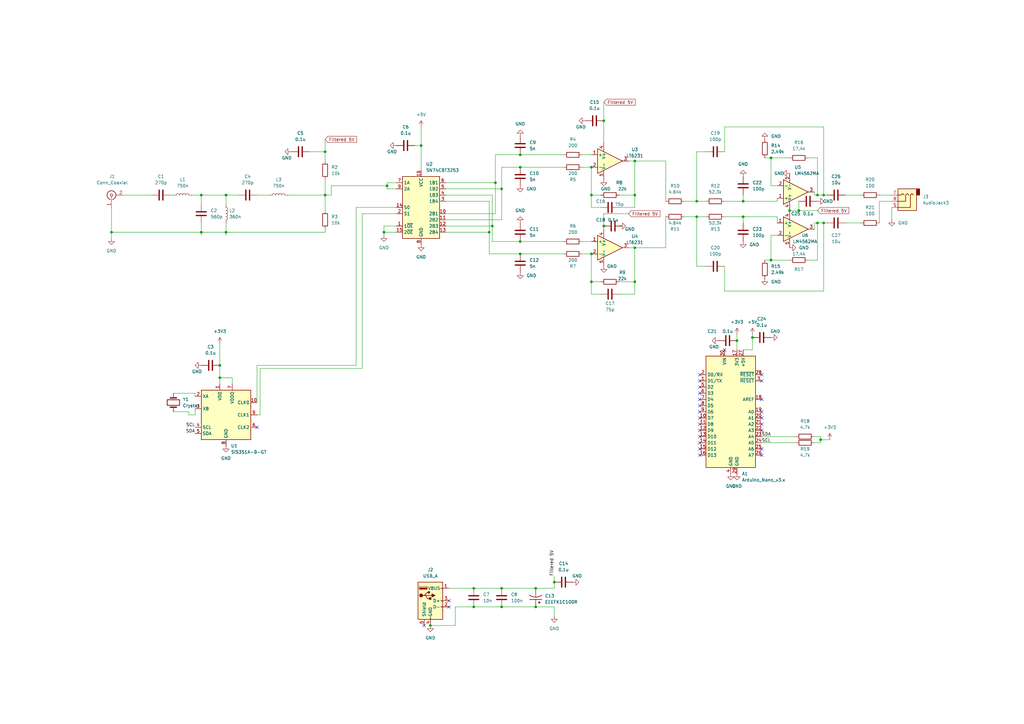
<source format=kicad_sch>
(kicad_sch (version 20211123) (generator eeschema)
  (paper "A3")
  (lib_symbols
    (symbol "Analog_Switch:SN74CBT3253"
      (property "Reference" "U" (at -7.62 13.97 0))
      (property "Value" "SN74CBT3253" (at -11.43 -13.97 0))
      (symbol "SN74CBT3253_0_1"
        (rectangle (start -7.62 12.7) (end 7.62 -12.7) (stroke (width 0.254)) (fill (type background)))
        (rectangle (start 7.62 -12.7) (end 7.62 -12.7))
      )
      (symbol "SN74CBT3253_1_1"
        (pin input line (at -10.16 -7.62 0) (length 2.54) (name "1~{OE}") (number "1"))
        (pin bidirectional line (at 10.16 -2.54 180) (length 2.54) (name "2B1") (number "10"))
        (pin bidirectional line (at 10.16 -5.08 180) (length 2.54) (name "2B2") (number "11"))
        (pin bidirectional line (at 10.16 -7.62 180) (length 2.54) (name "2B3") (number "12"))
        (pin bidirectional line (at 10.16 -10.16 180) (length 2.54) (name "2B4") (number "13"))
        (pin input line (at -10.16 0 0) (length 2.54) (name "S0") (number "14"))
        (pin input line (at -10.16 -10.16 0) (length 2.54) (name "2~{OE}") (number "15"))
        (pin power_in line (at 0 15.24 270) (length 2.54) (name "VCC") (number "16"))
        (pin input line (at -10.16 -2.54 0) (length 2.54) (name "S1") (number "2"))
        (pin bidirectional line (at 10.16 2.54 180) (length 2.54) (name "1B4") (number "3"))
        (pin bidirectional line (at 10.16 5.08 180) (length 2.54) (name "1B3") (number "4"))
        (pin bidirectional line (at 10.16 7.62 180) (length 2.54) (name "1B2") (number "5"))
        (pin bidirectional line (at 10.16 10.16 180) (length 2.54) (name "1B1") (number "6"))
        (pin bidirectional line (at -10.16 10.16 0) (length 2.54) (name "1A") (number "7"))
        (pin power_in line (at 0 -15.24 90) (length 2.54) (name "GND") (number "8"))
        (pin bidirectional line (at -10.16 7.62 0) (length 2.54) (name "2A") (number "9"))
      )
    )
    (symbol "Connector:AudioJack3"
      (property "Reference" "J" (at 0 8.89 0))
      (property "Value" "AudioJack3" (at 0 6.35 0))
      (symbol "AudioJack3_0_1"
        (rectangle (start -5.08 -5.08) (end -6.35 -2.54) (stroke (width 0.254)) (fill (type outline)))
        (polyline (pts (xy 0 -2.54) (xy 0.635 -3.175) (xy 1.27 -2.54) (xy 2.54 -2.54)) (stroke (width 0.254)))
        (polyline (pts (xy -1.905 -2.54) (xy -1.27 -3.175) (xy -0.635 -2.54) (xy -0.635 0) (xy 2.54 0)) (stroke (width 0.254)))
        (polyline (pts (xy 2.54 2.54) (xy -2.54 2.54) (xy -2.54 -2.54) (xy -3.175 -3.175) (xy -3.81 -2.54)) (stroke (width 0.254)))
        (rectangle (start 2.54 3.81) (end -5.08 -5.08) (stroke (width 0.254)) (fill (type background)))
      )
      (symbol "AudioJack3_1_1"
        (pin passive line (at 5.08 0 180) (length 2.54) (name "~") (number "R"))
        (pin passive line (at 5.08 2.54 180) (length 2.54) (name "~") (number "S"))
        (pin passive line (at 5.08 -2.54 180) (length 2.54) (name "~") (number "T"))
      )
    )
    (symbol "Connector:Conn_Coaxial" (pin_names (offset 1.016) hide)
      (property "Reference" "J" (at 0.254 3.048 0))
      (property "Value" "Conn_Coaxial" (at 2.921 0 90))
      (symbol "Conn_Coaxial_0_1"
        (arc (start -1.778 -0.508) (mid 0.2311 -1.8066) (end 1.778 0) (stroke (width 0.254)))
        (polyline (pts (xy -2.54 0) (xy -0.508 0)))
        (polyline (pts (xy 0 -2.54) (xy 0 -1.778)))
        (circle (center 0 0) (radius 0.508) (stroke (width 0.2032)))
        (arc (start 1.778 0) (mid 0.2099 1.8101) (end -1.778 0.508) (stroke (width 0.254)))
      )
      (symbol "Conn_Coaxial_1_1"
        (pin passive line (at -5.08 0 0) (length 2.54) (name "In") (number "1"))
        (pin passive line (at 0 -5.08 90) (length 2.54) (name "Ext") (number "2"))
      )
    )
    (symbol "Connector:USB_A" (pin_names (offset 1.016))
      (property "Reference" "J" (at -5.08 11.43 0))
      (property "Value" "USB_A" (at -5.08 8.89 0))
      (symbol "USB_A_0_1"
        (rectangle (start -5.08 -7.62) (end 5.08 7.62) (stroke (width 0.254)) (fill (type background)))
        (circle (center -3.81 2.159) (radius 0.635) (stroke (width 0.254)) (fill (type outline)))
        (rectangle (start -1.524 4.826) (end -4.318 5.334) (fill (type outline)))
        (rectangle (start -1.27 4.572) (end -4.572 5.842))
        (circle (center -0.635 3.429) (radius 0.381) (stroke (width 0.254)) (fill (type outline)))
        (rectangle (start -0.127 -7.62) (end 0.127 -6.858))
        (polyline (pts (xy -3.175 2.159) (xy -2.54 2.159) (xy -1.27 3.429) (xy -0.635 3.429)) (stroke (width 0.254)))
        (polyline (pts (xy -2.54 2.159) (xy -1.905 2.159) (xy -1.27 0.889) (xy 0 0.889)) (stroke (width 0.254)))
        (polyline (pts (xy 0.635 2.794) (xy 0.635 1.524) (xy 1.905 2.159) (xy 0.635 2.794)) (stroke (width 0.254)) (fill (type outline)))
        (rectangle (start 0.254 1.27) (end -0.508 0.508) (stroke (width 0.254)) (fill (type outline)))
        (rectangle (start 5.08 -2.667) (end 4.318 -2.413))
        (rectangle (start 5.08 -0.127) (end 4.318 0.127))
        (rectangle (start 5.08 4.953) (end 4.318 5.207))
      )
      (symbol "USB_A_1_1"
        (polyline (pts (xy -1.905 2.159) (xy 0.635 2.159)) (stroke (width 0.254)))
        (pin power_in line (at 7.62 5.08 180) (length 2.54) (name "VBUS") (number "1"))
        (pin bidirectional line (at 7.62 -2.54 180) (length 2.54) (name "D-") (number "2"))
        (pin bidirectional line (at 7.62 0 180) (length 2.54) (name "D+") (number "3"))
        (pin power_in line (at 0 -10.16 90) (length 2.54) (name "GND") (number "4"))
        (pin passive line (at -2.54 -10.16 90) (length 2.54) (name "Shield") (number "5"))
      )
    )
    (symbol "Device:C" (pin_numbers hide) (pin_names (offset 0.254))
      (property "Reference" "C" (at 0.635 2.54 0))
      (property "Value" "C" (at 0.635 -2.54 0))
      (symbol "C_0_1"
        (polyline (pts (xy -2.032 -0.762) (xy 2.032 -0.762)) (stroke (width 0.508)))
        (polyline (pts (xy -2.032 0.762) (xy 2.032 0.762)) (stroke (width 0.508)))
      )
      (symbol "C_1_1"
        (pin passive line (at 0 3.81 270) (length 2.794) (name "~") (number "1"))
        (pin passive line (at 0 -3.81 90) (length 2.794) (name "~") (number "2"))
      )
    )
    (symbol "Device:Crystal" (pin_numbers hide) (pin_names (offset 1.016) hide)
      (property "Reference" "Y" (at 0 3.81 0))
      (property "Value" "Crystal" (at 0 -3.81 0))
      (symbol "Crystal_0_1"
        (rectangle (start -1.143 2.54) (end 1.143 -2.54) (stroke (width 0.3048)))
        (polyline (pts (xy -2.54 0) (xy -1.905 0)))
        (polyline (pts (xy -1.905 -1.27) (xy -1.905 1.27)) (stroke (width 0.508)))
        (polyline (pts (xy 1.905 -1.27) (xy 1.905 1.27)) (stroke (width 0.508)))
        (polyline (pts (xy 2.54 0) (xy 1.905 0)))
      )
      (symbol "Crystal_1_1"
        (pin passive line (at -3.81 0 0) (length 1.27) (name "1") (number "1"))
        (pin passive line (at 3.81 0 180) (length 1.27) (name "2") (number "2"))
      )
    )
    (symbol "Device:L" (pin_numbers hide) (pin_names (offset 1.016) hide)
      (property "Reference" "L" (at -1.27 0 90))
      (property "Value" "L" (at 1.905 0 90))
      (symbol "L_0_1"
        (arc (start 0 -2.54) (mid 0.635 -1.905) (end 0 -1.27))
        (arc (start 0 -1.27) (mid 0.635 -0.635) (end 0 0))
        (arc (start 0 0) (mid 0.635 0.635) (end 0 1.27))
        (arc (start 0 1.27) (mid 0.635 1.905) (end 0 2.54))
      )
      (symbol "L_1_1"
        (pin passive line (at 0 3.81 270) (length 1.27) (name "1") (number "1"))
        (pin passive line (at 0 -3.81 90) (length 1.27) (name "2") (number "2"))
      )
    )
    (symbol "Device:R" (pin_numbers hide) (pin_names (offset 0))
      (property "Reference" "R" (at 2.032 0 90))
      (property "Value" "R" (at 0 0 90))
      (symbol "R_0_1"
        (rectangle (start -1.016 -2.54) (end 1.016 2.54) (stroke (width 0.254)))
      )
      (symbol "R_1_1"
        (pin passive line (at 0 3.81 270) (length 1.27) (name "~") (number "1"))
        (pin passive line (at 0 -3.81 90) (length 1.27) (name "~") (number "2"))
      )
    )
    (symbol "EEEFK1C100R:EEEFK1C100R" (pin_numbers hide) (pin_names (offset 1.016) hide)
      (property "Reference" "C" (at -2.54 3.81 0))
      (property "Value" "EEEFK1C100R" (at -2.54 -5.08 0))
      (symbol "EEEFK1C100R_0_0"
        (rectangle (start -1.1684 -1.524) (end -0.2794 -1.397) (fill (type outline)))
        (rectangle (start -0.7874 -1.905) (end -0.6604 -1.016) (fill (type outline)))
        (polyline (pts (xy 0 0) (xy 0.508 0)) (stroke (width 0.1524)))
        (polyline (pts (xy 0.508 0) (xy 0.508 -2.54)) (stroke (width 0.254)))
        (polyline (pts (xy 0.508 2.54) (xy 0.508 0)) (stroke (width 0.254)))
        (polyline (pts (xy 2.54 0) (xy 1.524 0)) (stroke (width 0.1524)))
        (arc (start 2.286 2.54) (mid 1.486 0) (end 2.286 -2.54) (stroke (width 0.254)))
        (pin passive line (at -2.54 0 0) (length 2.54) (name "~") (number "1"))
        (pin passive line (at 5.08 0 180) (length 2.54) (name "~") (number "2"))
      )
    )
    (symbol "MCU_Module:Arduino_Nano_v3.x"
      (property "Reference" "A" (at -10.16 23.495 0))
      (property "Value" "Arduino_Nano_v3.x" (at 5.08 -24.13 0))
      (symbol "Arduino_Nano_v3.x_0_1"
        (rectangle (start -10.16 22.86) (end 10.16 -22.86) (stroke (width 0.254)) (fill (type background)))
      )
      (symbol "Arduino_Nano_v3.x_1_1"
        (pin bidirectional line (at -12.7 12.7 0) (length 2.54) (name "D1/TX") (number "1"))
        (pin bidirectional line (at -12.7 -2.54 0) (length 2.54) (name "D7") (number "10"))
        (pin bidirectional line (at -12.7 -5.08 0) (length 2.54) (name "D8") (number "11"))
        (pin bidirectional line (at -12.7 -7.62 0) (length 2.54) (name "D9") (number "12"))
        (pin bidirectional line (at -12.7 -10.16 0) (length 2.54) (name "D10") (number "13"))
        (pin bidirectional line (at -12.7 -12.7 0) (length 2.54) (name "D11") (number "14"))
        (pin bidirectional line (at -12.7 -15.24 0) (length 2.54) (name "D12") (number "15"))
        (pin bidirectional line (at -12.7 -17.78 0) (length 2.54) (name "D13") (number "16"))
        (pin power_out line (at 2.54 25.4 270) (length 2.54) (name "3V3") (number "17"))
        (pin input line (at 12.7 5.08 180) (length 2.54) (name "AREF") (number "18"))
        (pin bidirectional line (at 12.7 0 180) (length 2.54) (name "A0") (number "19"))
        (pin bidirectional line (at -12.7 15.24 0) (length 2.54) (name "D0/RX") (number "2"))
        (pin bidirectional line (at 12.7 -2.54 180) (length 2.54) (name "A1") (number "20"))
        (pin bidirectional line (at 12.7 -5.08 180) (length 2.54) (name "A2") (number "21"))
        (pin bidirectional line (at 12.7 -7.62 180) (length 2.54) (name "A3") (number "22"))
        (pin bidirectional line (at 12.7 -10.16 180) (length 2.54) (name "A4") (number "23"))
        (pin bidirectional line (at 12.7 -12.7 180) (length 2.54) (name "A5") (number "24"))
        (pin bidirectional line (at 12.7 -15.24 180) (length 2.54) (name "A6") (number "25"))
        (pin bidirectional line (at 12.7 -17.78 180) (length 2.54) (name "A7") (number "26"))
        (pin power_out line (at 5.08 25.4 270) (length 2.54) (name "+5V") (number "27"))
        (pin input line (at 12.7 15.24 180) (length 2.54) (name "~{RESET}") (number "28"))
        (pin power_in line (at 2.54 -25.4 90) (length 2.54) (name "GND") (number "29"))
        (pin input line (at 12.7 12.7 180) (length 2.54) (name "~{RESET}") (number "3"))
        (pin power_in line (at -2.54 25.4 270) (length 2.54) (name "VIN") (number "30"))
        (pin power_in line (at 0 -25.4 90) (length 2.54) (name "GND") (number "4"))
        (pin bidirectional line (at -12.7 10.16 0) (length 2.54) (name "D2") (number "5"))
        (pin bidirectional line (at -12.7 7.62 0) (length 2.54) (name "D3") (number "6"))
        (pin bidirectional line (at -12.7 5.08 0) (length 2.54) (name "D4") (number "7"))
        (pin bidirectional line (at -12.7 2.54 0) (length 2.54) (name "D5") (number "8"))
        (pin bidirectional line (at -12.7 0 0) (length 2.54) (name "D6") (number "9"))
      )
    )
    (symbol "Oscillator:Si5351A-B-GT"
      (property "Reference" "U" (at -8.89 11.43 0))
      (property "Value" "Si5351A-B-GT" (at -12.7 -12.7 0))
      (symbol "Si5351A-B-GT_0_1"
        (rectangle (start -10.16 10.16) (end 10.16 -10.16) (stroke (width 0.254)) (fill (type background)))
      )
      (symbol "Si5351A-B-GT_1_1"
        (pin power_in line (at -2.54 12.7 270) (length 2.54) (name "VDD") (number "1"))
        (pin output line (at 12.7 5.08 180) (length 2.54) (name "CLK0") (number "10"))
        (pin input line (at -12.7 7.62 0) (length 2.54) (name "XA") (number "2"))
        (pin input line (at -12.7 2.54 0) (length 2.54) (name "XB") (number "3"))
        (pin input line (at -12.7 -5.08 0) (length 2.54) (name "SCL") (number "4"))
        (pin bidirectional line (at -12.7 -7.62 0) (length 2.54) (name "SDA") (number "5"))
        (pin output line (at 12.7 -5.08 180) (length 2.54) (name "CLK2") (number "6"))
        (pin power_in line (at 2.54 12.7 270) (length 2.54) (name "VDDO") (number "7"))
        (pin power_in line (at 0 -12.7 90) (length 2.54) (name "GND") (number "8"))
        (pin output line (at 12.7 0 180) (length 2.54) (name "CLK1") (number "9"))
      )
    )
    (symbol "power:+3.3V" (power) (pin_names (offset 0))
      (property "Value" "+3.3V" (at 0 3.556 0))
      (symbol "+3.3V_0_1"
        (polyline (pts (xy -0.762 1.27) (xy 0 2.54)))
        (polyline (pts (xy 0 0) (xy 0 2.54)))
        (polyline (pts (xy 0 2.54) (xy 0.762 1.27)))
      )
      (symbol "+3.3V_1_1"
        (pin power_in line (at 0 0 90) (length 0) hide (name "+3V3") (number "1"))
      )
    )
    (symbol "power:+5V" (power) (pin_names (offset 0))
      (property "Value" "+5V" (at 0 3.556 0))
      (symbol "+5V_0_1"
        (polyline (pts (xy -0.762 1.27) (xy 0 2.54)))
        (polyline (pts (xy 0 0) (xy 0 2.54)))
        (polyline (pts (xy 0 2.54) (xy 0.762 1.27)))
      )
      (symbol "+5V_1_1"
        (pin power_in line (at 0 0 90) (length 0) hide (name "+5V") (number "1"))
      )
    )
    (symbol "power:GND" (power) (pin_names (offset 0))
      (property "Value" "GND" (at 0 -3.81 0))
      (symbol "GND_0_1"
        (polyline (pts (xy 0 0) (xy 0 -1.27) (xy 1.27 -1.27) (xy 0 -2.54) (xy -1.27 -1.27) (xy 0 -1.27)))
      )
      (symbol "GND_1_1"
        (pin power_in line (at 0 0 270) (length 0) hide (name "GND") (number "1"))
      )
    )
    (symbol "pspice:OPAMP" (pin_names (offset 0.254))
      (property "Reference" "U" (at 3.81 3.175 0))
      (property "Value" "OPAMP" (at 3.81 -3.175 0))
      (symbol "OPAMP_0_1"
        (polyline (pts (xy 5.08 0) (xy -5.08 5.08) (xy -5.08 -5.08) (xy 5.08 0)) (stroke (width 0.254)) (fill (type background)))
      )
      (symbol "OPAMP_1_1"
        (pin input line (at -7.62 2.54 0) (length 2.54) (name "+") (number "1"))
        (pin input line (at -7.62 -2.54 0) (length 2.54) (name "-") (number "2"))
        (pin output line (at 7.62 0 180) (length 2.54) (name "~") (number "3"))
        (pin power_in line (at -2.54 7.62 270) (length 3.81) (name "V+") (number "4"))
        (pin power_in line (at -2.54 -7.62 90) (length 3.81) (name "V-") (number "5"))
      )
    )
  )
  (junction (at 133.35 62.23))
  (junction (at 213.36 99.06))
  (junction (at 336.55 180.34))
  (junction (at 213.36 68.58))
  (junction (at 133.35 80.01))
  (junction (at 260.35 101.6))
  (junction (at 327.66 86.36))
  (junction (at 205.74 248.92))
  (junction (at 201.93 92.71))
  (junction (at 172.72 59.69))
  (junction (at 242.57 68.58))
  (junction (at 285.75 88.9))
  (junction (at 227.33 238.76))
  (junction (at 247.65 49.53))
  (junction (at 335.28 80.01))
  (junction (at 260.35 115.57))
  (junction (at 316.23 106.68))
  (junction (at 157.48 95.25))
  (junction (at 194.31 248.92))
  (junction (at 337.82 80.01))
  (junction (at 337.82 91.44))
  (junction (at 242.57 115.57))
  (junction (at 194.31 241.3))
  (junction (at 82.55 95.25))
  (junction (at 45.72 95.25))
  (junction (at 219.71 241.3))
  (junction (at 323.85 86.36))
  (junction (at 92.71 80.01))
  (junction (at 205.74 241.3))
  (junction (at 205.74 77.47))
  (junction (at 213.36 104.14))
  (junction (at 304.8 82.55))
  (junction (at 219.71 248.92))
  (junction (at 158.75 76.2))
  (junction (at 285.75 82.55))
  (junction (at 90.17 149.86))
  (junction (at 316.23 64.77))
  (junction (at 200.66 95.25))
  (junction (at 203.2 74.93))
  (junction (at 213.36 63.5))
  (junction (at 90.17 154.94))
  (junction (at 304.8 88.9))
  (junction (at 82.55 80.01))
  (junction (at 242.57 104.14))
  (junction (at 247.65 92.71))
  (junction (at 242.57 80.01))
  (junction (at 302.26 139.7))
  (junction (at 92.71 95.25))
  (junction (at 308.61 138.43))
  (junction (at 260.35 80.01))
  (junction (at 260.35 66.04))
  (junction (at 335.28 91.44))
  (junction (at 176.53 256.54))
  (no_connect (at 287.02 153.67))
  (no_connect (at 297.18 143.51))
  (no_connect (at 184.15 246.38))
  (no_connect (at 287.02 168.91))
  (no_connect (at 287.02 179.07))
  (no_connect (at 312.42 184.15))
  (no_connect (at 287.02 186.69))
  (no_connect (at 312.42 153.67))
  (no_connect (at 287.02 171.45))
  (no_connect (at 312.42 186.69))
  (no_connect (at 312.42 173.99))
  (no_connect (at 312.42 156.21))
  (no_connect (at 184.15 248.92))
  (no_connect (at 312.42 168.91))
  (no_connect (at 287.02 163.83))
  (no_connect (at 105.41 175.26))
  (no_connect (at 287.02 158.75))
  (no_connect (at 312.42 176.53))
  (no_connect (at 287.02 166.37))
  (no_connect (at 287.02 161.29))
  (no_connect (at 287.02 184.15))
  (no_connect (at 312.42 163.83))
  (no_connect (at 312.42 171.45))
  (no_connect (at 287.02 176.53))
  (no_connect (at 287.02 181.61))
  (no_connect (at 287.02 156.21))
  (no_connect (at 287.02 173.99))
  (no_connect (at 173.99 256.54))
  (wire (pts (xy 205.74 68.58) (xy 205.74 77.47)))
  (wire (pts (xy 308.61 138.43) (xy 308.61 137.16)))
  (wire (pts (xy 318.77 82.55) (xy 318.77 81.28)))
  (wire (pts (xy 182.88 87.63) (xy 203.2 87.63)))
  (wire (pts (xy 316.23 64.77) (xy 323.85 64.77)))
  (wire (pts (xy 106.68 151.13) (xy 148.59 151.13)))
  (wire (pts (xy 337.82 91.44) (xy 339.09 91.44)))
  (wire (pts (xy 346.71 91.44) (xy 353.06 91.44)))
  (wire (pts (xy 176.53 256.54) (xy 186.69 256.54)))
  (wire (pts (xy 213.36 68.58) (xy 231.14 68.58)))
  (wire (pts (xy 82.55 95.25) (xy 82.55 96.52)))
  (wire (pts (xy 133.35 73.66) (xy 133.35 80.01)))
  (wire (pts (xy 273.05 66.04) (xy 273.05 82.55)))
  (wire (pts (xy 360.68 82.55) (xy 365.76 82.55)))
  (wire (pts (xy 238.76 99.06) (xy 242.57 99.06)))
  (wire (pts (xy 127 62.23) (xy 133.35 62.23)))
  (wire (pts (xy 182.88 92.71) (xy 201.93 92.71)))
  (wire (pts (xy 92.71 80.01) (xy 97.79 80.01)))
  (wire (pts (xy 336.55 179.07) (xy 336.55 180.34)))
  (wire (pts (xy 71.12 80.01) (xy 69.85 80.01)))
  (wire (pts (xy 242.57 80.01) (xy 246.38 80.01)))
  (wire (pts (xy 95.25 154.94) (xy 95.25 157.48)))
  (wire (pts (xy 316.23 96.52) (xy 316.23 106.68)))
  (wire (pts (xy 45.72 97.79) (xy 45.72 95.25)))
  (wire (pts (xy 157.48 92.71) (xy 157.48 95.25)))
  (wire (pts (xy 302.26 139.7) (xy 302.26 143.51)))
  (wire (pts (xy 92.71 80.01) (xy 92.71 83.82)))
  (wire (pts (xy 334.01 179.07) (xy 336.55 179.07)))
  (wire (pts (xy 162.56 77.47) (xy 158.75 77.47)))
  (wire (pts (xy 203.2 87.63) (xy 203.2 74.93)))
  (wire (pts (xy 260.35 101.6) (xy 257.81 101.6)))
  (wire (pts (xy 77.47 170.18) (xy 77.47 168.91)))
  (wire (pts (xy 260.35 115.57) (xy 260.35 101.6)))
  (wire (pts (xy 242.57 80.01) (xy 242.57 85.09)))
  (wire (pts (xy 297.18 82.55) (xy 304.8 82.55)))
  (wire (pts (xy 172.72 52.07) (xy 172.72 59.69)))
  (wire (pts (xy 82.55 80.01) (xy 92.71 80.01)))
  (wire (pts (xy 146.05 85.09) (xy 146.05 149.86)))
  (wire (pts (xy 213.36 63.5) (xy 231.14 63.5)))
  (wire (pts (xy 227.33 238.76) (xy 227.33 241.3)))
  (wire (pts (xy 254 80.01) (xy 260.35 80.01)))
  (wire (pts (xy 186.69 256.54) (xy 186.69 248.92)))
  (wire (pts (xy 133.35 62.23) (xy 133.35 66.04)))
  (wire (pts (xy 227.33 248.92) (xy 227.33 252.73)))
  (wire (pts (xy 327.66 82.55) (xy 327.66 86.36)))
  (wire (pts (xy 133.35 95.25) (xy 133.35 93.98)))
  (wire (pts (xy 242.57 115.57) (xy 242.57 104.14)))
  (wire (pts (xy 255.27 92.71) (xy 254 92.71)))
  (wire (pts (xy 201.93 92.71) (xy 201.93 99.06)))
  (wire (pts (xy 105.41 80.01) (xy 110.49 80.01)))
  (wire (pts (xy 90.17 140.97) (xy 90.17 149.86)))
  (wire (pts (xy 360.68 80.01) (xy 365.76 80.01)))
  (wire (pts (xy 304.8 88.9) (xy 318.77 88.9)))
  (wire (pts (xy 105.41 149.86) (xy 105.41 165.1)))
  (wire (pts (xy 182.88 74.93) (xy 203.2 74.93)))
  (wire (pts (xy 213.36 104.14) (xy 231.14 104.14)))
  (wire (pts (xy 247.65 49.53) (xy 247.65 58.42)))
  (wire (pts (xy 323.85 86.36) (xy 327.66 86.36)))
  (wire (pts (xy 313.69 64.77) (xy 316.23 64.77)))
  (wire (pts (xy 90.17 154.94) (xy 90.17 157.48)))
  (wire (pts (xy 254 120.65) (xy 260.35 120.65)))
  (wire (pts (xy 335.28 64.77) (xy 335.28 80.01)))
  (wire (pts (xy 337.82 52.07) (xy 297.18 52.07)))
  (wire (pts (xy 118.11 80.01) (xy 133.35 80.01)))
  (wire (pts (xy 335.28 91.44) (xy 337.82 91.44)))
  (wire (pts (xy 201.93 99.06) (xy 213.36 99.06)))
  (wire (pts (xy 313.69 106.68) (xy 316.23 106.68)))
  (wire (pts (xy 337.82 52.07) (xy 337.82 80.01)))
  (wire (pts (xy 285.75 62.23) (xy 289.56 62.23)))
  (wire (pts (xy 80.01 161.29) (xy 80.01 162.56)))
  (wire (pts (xy 205.74 68.58) (xy 213.36 68.58)))
  (wire (pts (xy 365.76 85.09) (xy 365.76 90.17)))
  (wire (pts (xy 92.71 95.25) (xy 133.35 95.25)))
  (wire (pts (xy 336.55 180.34) (xy 340.36 180.34)))
  (wire (pts (xy 194.31 241.3) (xy 205.74 241.3)))
  (wire (pts (xy 201.93 80.01) (xy 201.93 92.71)))
  (wire (pts (xy 238.76 104.14) (xy 242.57 104.14)))
  (wire (pts (xy 285.75 82.55) (xy 285.75 62.23)))
  (wire (pts (xy 238.76 68.58) (xy 242.57 68.58)))
  (wire (pts (xy 78.74 80.01) (xy 82.55 80.01)))
  (wire (pts (xy 182.88 80.01) (xy 201.93 80.01)))
  (wire (pts (xy 238.76 63.5) (xy 242.57 63.5)))
  (wire (pts (xy 335.28 91.44) (xy 334.01 91.44)))
  (wire (pts (xy 304.8 82.55) (xy 318.77 82.55)))
  (wire (pts (xy 219.71 241.3) (xy 227.33 241.3)))
  (wire (pts (xy 205.74 77.47) (xy 205.74 90.17)))
  (wire (pts (xy 242.57 120.65) (xy 242.57 115.57)))
  (wire (pts (xy 182.88 90.17) (xy 205.74 90.17)))
  (wire (pts (xy 133.35 57.15) (xy 133.35 62.23)))
  (wire (pts (xy 172.72 59.69) (xy 172.72 69.85)))
  (wire (pts (xy 337.82 80.01) (xy 339.09 80.01)))
  (wire (pts (xy 219.71 248.92) (xy 227.33 248.92)))
  (wire (pts (xy 334.01 80.01) (xy 335.28 80.01)))
  (wire (pts (xy 304.8 88.9) (xy 304.8 91.44)))
  (wire (pts (xy 334.01 181.61) (xy 336.55 181.61)))
  (wire (pts (xy 336.55 180.34) (xy 336.55 181.61)))
  (wire (pts (xy 273.05 88.9) (xy 273.05 101.6)))
  (wire (pts (xy 260.35 66.04) (xy 273.05 66.04)))
  (wire (pts (xy 260.35 66.04) (xy 257.81 66.04)))
  (wire (pts (xy 312.42 181.61) (xy 326.39 181.61)))
  (wire (pts (xy 285.75 88.9) (xy 289.56 88.9)))
  (wire (pts (xy 316.23 64.77) (xy 316.23 76.2)))
  (wire (pts (xy 170.18 59.69) (xy 172.72 59.69)))
  (wire (pts (xy 227.33 236.22) (xy 227.33 238.76)))
  (wire (pts (xy 285.75 88.9) (xy 285.75 109.22)))
  (wire (pts (xy 247.65 92.71) (xy 247.65 93.98)))
  (wire (pts (xy 133.35 80.01) (xy 133.35 86.36)))
  (wire (pts (xy 158.75 74.93) (xy 162.56 74.93)))
  (wire (pts (xy 77.47 170.18) (xy 80.01 170.18)))
  (wire (pts (xy 90.17 154.94) (xy 95.25 154.94)))
  (wire (pts (xy 246.38 120.65) (xy 242.57 120.65)))
  (wire (pts (xy 182.88 82.55) (xy 200.66 82.55)))
  (wire (pts (xy 157.48 95.25) (xy 157.48 96.52)))
  (wire (pts (xy 82.55 80.01) (xy 82.55 83.82)))
  (wire (pts (xy 146.05 149.86) (xy 105.41 149.86)))
  (wire (pts (xy 105.41 170.18) (xy 106.68 170.18)))
  (wire (pts (xy 285.75 82.55) (xy 289.56 82.55)))
  (wire (pts (xy 148.59 151.13) (xy 148.59 87.63)))
  (wire (pts (xy 162.56 85.09) (xy 146.05 85.09)))
  (wire (pts (xy 247.65 87.63) (xy 257.81 87.63)))
  (wire (pts (xy 162.56 92.71) (xy 157.48 92.71)))
  (wire (pts (xy 335.28 91.44) (xy 335.28 106.68)))
  (wire (pts (xy 213.36 99.06) (xy 231.14 99.06)))
  (wire (pts (xy 297.18 52.07) (xy 297.18 62.23)))
  (wire (pts (xy 182.88 77.47) (xy 205.74 77.47)))
  (wire (pts (xy 334.01 91.44) (xy 334.01 93.98)))
  (wire (pts (xy 302.26 137.16) (xy 302.26 139.7)))
  (wire (pts (xy 312.42 179.07) (xy 326.39 179.07)))
  (wire (pts (xy 337.82 119.38) (xy 297.18 119.38)))
  (wire (pts (xy 205.74 241.3) (xy 219.71 241.3)))
  (wire (pts (xy 184.15 241.3) (xy 194.31 241.3)))
  (wire (pts (xy 186.69 248.92) (xy 194.31 248.92)))
  (wire (pts (xy 200.66 104.14) (xy 213.36 104.14)))
  (wire (pts (xy 285.75 109.22) (xy 289.56 109.22)))
  (wire (pts (xy 335.28 80.01) (xy 337.82 80.01)))
  (wire (pts (xy 80.01 170.18) (xy 80.01 167.64)))
  (wire (pts (xy 247.65 87.63) (xy 247.65 92.71)))
  (wire (pts (xy 254 85.09) (xy 260.35 85.09)))
  (wire (pts (xy 242.57 68.58) (xy 242.57 80.01)))
  (wire (pts (xy 337.82 91.44) (xy 337.82 119.38)))
  (wire (pts (xy 50.8 80.01) (xy 62.23 80.01)))
  (wire (pts (xy 158.75 76.2) (xy 158.75 74.93)))
  (wire (pts (xy 71.12 161.29) (xy 80.01 161.29)))
  (wire (pts (xy 203.2 74.93) (xy 203.2 63.5)))
  (wire (pts (xy 205.74 248.92) (xy 219.71 248.92)))
  (wire (pts (xy 331.47 106.68) (xy 335.28 106.68)))
  (wire (pts (xy 297.18 88.9) (xy 304.8 88.9)))
  (wire (pts (xy 203.2 63.5) (xy 213.36 63.5)))
  (wire (pts (xy 335.28 64.77) (xy 331.47 64.77)))
  (wire (pts (xy 346.71 80.01) (xy 353.06 80.01)))
  (wire (pts (xy 360.68 91.44) (xy 360.68 82.55)))
  (wire (pts (xy 316.23 106.68) (xy 323.85 106.68)))
  (wire (pts (xy 304.8 80.01) (xy 304.8 82.55)))
  (wire (pts (xy 260.35 101.6) (xy 273.05 101.6)))
  (wire (pts (xy 200.66 82.55) (xy 200.66 95.25)))
  (wire (pts (xy 133.35 80.01) (xy 135.89 80.01)))
  (wire (pts (xy 280.67 88.9) (xy 285.75 88.9)))
  (wire (pts (xy 334.01 78.74) (xy 334.01 80.01)))
  (wire (pts (xy 148.59 87.63) (xy 162.56 87.63)))
  (wire (pts (xy 106.68 170.18) (xy 106.68 151.13)))
  (wire (pts (xy 242.57 85.09) (xy 246.38 85.09)))
  (wire (pts (xy 45.72 95.25) (xy 82.55 95.25)))
  (wire (pts (xy 82.55 95.25) (xy 92.71 95.25)))
  (wire (pts (xy 260.35 80.01) (xy 260.35 85.09)))
  (wire (pts (xy 77.47 168.91) (xy 71.12 168.91)))
  (wire (pts (xy 297.18 119.38) (xy 297.18 109.22)))
  (wire (pts (xy 135.89 76.2) (xy 158.75 76.2)))
  (wire (pts (xy 135.89 80.01) (xy 135.89 76.2)))
  (wire (pts (xy 318.77 88.9) (xy 318.77 91.44)))
  (wire (pts (xy 200.66 95.25) (xy 200.66 104.14)))
  (wire (pts (xy 246.38 115.57) (xy 242.57 115.57)))
  (wire (pts (xy 316.23 76.2) (xy 318.77 76.2)))
  (wire (pts (xy 194.31 248.92) (xy 205.74 248.92)))
  (wire (pts (xy 157.48 95.25) (xy 162.56 95.25)))
  (wire (pts (xy 260.35 66.04) (xy 260.35 80.01)))
  (wire (pts (xy 260.35 120.65) (xy 260.35 115.57)))
  (wire (pts (xy 304.8 143.51) (xy 308.61 143.51)))
  (wire (pts (xy 254 115.57) (xy 260.35 115.57)))
  (wire (pts (xy 247.65 41.91) (xy 247.65 49.53)))
  (wire (pts (xy 280.67 82.55) (xy 285.75 82.55)))
  (wire (pts (xy 158.75 77.47) (xy 158.75 76.2)))
  (wire (pts (xy 92.71 95.25) (xy 92.71 96.52)))
  (wire (pts (xy 316.23 96.52) (xy 318.77 96.52)))
  (wire (pts (xy 45.72 95.25) (xy 45.72 85.09)))
  (wire (pts (xy 182.88 95.25) (xy 200.66 95.25)))
  (wire (pts (xy 82.55 91.44) (xy 82.55 95.25)))
  (wire (pts (xy 92.71 91.44) (xy 92.71 95.25)))
  (wire (pts (xy 308.61 143.51) (xy 308.61 138.43)))
  (wire (pts (xy 90.17 149.86) (xy 90.17 154.94)))
  (wire (pts (xy 327.66 86.36) (xy 335.28 86.36)))
  (label "SDA" (at 80.01 177.8 180))
  (label "SDA" (at 312.42 179.07 0))
  (label "Filtered 5V" (at 227.33 236.22 90))
  (label "SCL" (at 312.42 181.61 0))
  (label "SCL" (at 80.01 175.26 180))
  (global_label "Filtered 5V" (shape input) (at 257.81 87.63 0) (property "Intersheet References" "${INTERSHEET_REFS}" (effects hide)))
  (global_label "Filtered 5V" (shape input) (at 247.65 41.91 0) (property "Intersheet References" "${INTERSHEET_REFS}" (effects hide)))
  (global_label "Filtered 5V" (shape input) (at 133.35 57.15 0) (property "Intersheet References" "${INTERSHEET_REFS}" (effects hide)))
  (global_label "Filtered 5V" (shape input) (at 335.28 86.36 0) (property "Intersheet References" "${INTERSHEET_REFS}" (effects hide)))
  (symbol (lib_id "power:GND") (at 316.23 138.43 90) (unit 1)
    (property "Reference" "#PWR033" (effects hide))
    (property "Value" "GND" (at 320.04 135.89 90) (effects (justify left)))
  )
  (symbol (lib_id "Device:R") (at 330.2 181.61 270) (unit 1)
    (property "Reference" "R19" (at 330.2 184.15 90))
    (property "Value" "4.7k" (at 330.2 186.69 90))
    (property "Footprint" "Resistor_SMD:R_0805_2012Metric" (effects hide))
    (property "Datasheet" "https://www.te.com/commerce/DocumentDelivery/DDEController?Action=srchrtrv&DocNm=1773204-3&DocType=DS&DocLang=English" (effects hide))
  )
  (symbol (lib_id "power:GND") (at 213.36 55.88 180) (unit 1)
    (property "Reference" "#PWR014" (effects hide))
    (property "Value" "GND" (at 213.36 50.8 0))
  )
  (symbol (lib_id "Device:C") (at 66.04 80.01 270) (unit 1)
    (property "Reference" "C1" (at 66.04 72.39 90))
    (property "Value" "270p" (at 66.04 74.93 90))
    (property "Footprint" "Capacitor_SMD:C_0805_2012Metric" (effects hide))
    (property "Datasheet" "https://industrial.panasonic.com/ww/products/pt/film-cap-electroequip/models/ECHU1H271GX5" (effects hide))
  )
  (symbol (lib_id "Device:R") (at 356.87 80.01 270) (unit 1)
    (property "Reference" "R20" (at 356.87 73.66 90))
    (property "Value" "100" (at 356.87 76.2 90))
    (property "Footprint" "Resistor_SMD:R_0805_2012Metric" (effects hide))
    (property "Datasheet" "https://www.koaspeer.com/pdfs/RK73G.pdf" (effects hide))
  )
  (symbol (lib_id "Device:R") (at 250.19 115.57 90) (unit 1)
    (property "Reference" "R9" (at 255.27 111.76 90))
    (property "Value" "22k" (at 255.27 114.3 90))
    (property "Footprint" "Resistor_SMD:R_2512_6332Metric" (effects hide))
    (property "Datasheet" "https://www.te.com/commerce/DocumentDelivery/DDEController?Action=srchrtrv&DocNm=9-1773463-9&DocType=DS&DocLang=English" (effects hide))
  )
  (symbol (lib_id "power:+3.3V") (at 90.17 140.97 0) (unit 1)
    (property "Reference" "#PWR04" (effects hide))
    (property "Value" "+3.3V" (at 90.17 135.89 0))
  )
  (symbol (lib_id "pspice:OPAMP") (at 250.19 66.04 0) (unit 1)
    (property "Reference" "U3" (at 260.35 61.341 0))
    (property "Value" "LT6231" (at 260.35 63.881 0))
    (property "Footprint" "Package_SO:SOIC-8_3.9x4.9mm_P1.27mm" (effects hide))
    (property "Datasheet" "https://www.analog.com/media/en/technical-documentation/data-sheets/623012fc.pdf" (effects hide))
  )
  (symbol (lib_id "power:GND") (at 92.71 182.88 0) (unit 1)
    (property "Reference" "#PWR06" (effects hide))
    (property "Value" "GND" (at 92.71 187.96 0))
  )
  (symbol (lib_id "power:GND") (at 176.53 256.54 0) (unit 1)
    (property "Reference" "#PWR013" (effects hide))
    (property "Value" "GND" (at 176.53 261.62 0))
  )
  (symbol (lib_id "Device:C") (at 213.36 72.39 180) (unit 1)
    (property "Reference" "C10" (at 217.17 71.1199 0) (effects (justify right)))
    (property "Value" "5n" (at 217.17 73.6599 0) (effects (justify right)))
    (property "Footprint" "Capacitor_SMD:C_0805_2012Metric" (effects hide))
    (property "Datasheet" "https://datasheets.kyocera-avx.com/X7RDielectric.pdf" (effects hide))
  )
  (symbol (lib_id "power:GND") (at 323.85 101.6 90) (unit 1)
    (property "Reference" "#PWR035" (effects hide))
    (property "Value" "GND" (at 327.66 101.5999 90) (effects (justify right)))
  )
  (symbol (lib_id "power:GND") (at 335.28 82.55 90) (unit 1)
    (property "Reference" "#PWR036" (effects hide))
    (property "Value" "GND" (at 341.63 82.55 90) (effects (justify left)))
  )
  (symbol (lib_id "Device:R") (at 327.66 64.77 90) (unit 1)
    (property "Reference" "R16" (at 327.66 58.42 90))
    (property "Value" "17.4k" (at 327.66 60.96 90))
    (property "Footprint" "Resistor_SMD:R_0805_2012Metric" (effects hide))
    (property "Datasheet" "https://industrial.panasonic.com/cdbs/www-data/pdf/RDM0000/AOA0000C307.pdf" (effects hide))
  )
  (symbol (lib_id "Device:R") (at 234.95 104.14 90) (unit 1)
    (property "Reference" "R7" (at 234.95 109.22 90))
    (property "Value" "200" (at 234.95 106.68 90))
    (property "Footprint" "Resistor_SMD:R_1206_3216Metric" (effects hide))
    (property "Datasheet" "https://www.koaspeer.com/pdfs/RK73G.pdf" (effects hide))
  )
  (symbol (lib_id "Connector:USB_A") (at 176.53 246.38 0) (unit 1)
    (property "Reference" "J2" (at 176.53 233.68 0))
    (property "Value" "USB_A" (at 176.53 236.22 0))
    (property "Footprint" "Connector_USB:USB_A_Molex_67643_Horizontal" (effects hide))
    (property "Datasheet" " ~" (effects hide))
  )
  (symbol (lib_id "Device:C") (at 213.36 95.25 180) (unit 1)
    (property "Reference" "C11" (at 217.17 93.9799 0) (effects (justify right)))
    (property "Value" "5n" (at 217.17 96.5199 0) (effects (justify right)))
    (property "Footprint" "Capacitor_SMD:C_0805_2012Metric" (effects hide))
    (property "Datasheet" "https://datasheets.kyocera-avx.com/X7RDielectric.pdf" (effects hide))
  )
  (symbol (lib_id "pspice:OPAMP") (at 326.39 78.74 0) (mirror x) (unit 1)
    (property "Reference" "U5" (at 325.8694 68.58 0) (effects (justify left)))
    (property "Value" "LM4562MA" (at 325.8694 71.12 0) (effects (justify left)))
    (property "Footprint" "Package_SO:SOIC-8_3.9x4.9mm_P1.27mm" (effects hide))
    (property "Datasheet" "https://www.ti.com/lit/ds/snas326k/snas326k.pdf" (effects hide))
  )
  (symbol (lib_id "power:GND") (at 213.36 111.76 0) (unit 1)
    (property "Reference" "#PWR017" (effects hide))
    (property "Value" "GND" (at 215.9 113.0299 0) (effects (justify left)))
  )
  (symbol (lib_id "Device:C") (at 101.6 80.01 90) (unit 1)
    (property "Reference" "C4" (at 101.6 72.39 90))
    (property "Value" "270p" (at 101.6 74.93 90))
    (property "Footprint" "Capacitor_SMD:C_0805_2012Metric" (effects hide))
    (property "Datasheet" "https://industrial.panasonic.com/ww/products/pt/film-cap-electroequip/models/ECHU1H271GX5" (effects hide))
  )
  (symbol (lib_id "power:+3.3V") (at 302.26 137.16 0) (unit 1)
    (property "Reference" "#PWR026" (effects hide))
    (property "Value" "+3.3V" (at 302.26 132.08 0))
  )
  (symbol (lib_id "power:GND") (at 119.38 62.23 270) (unit 1)
    (property "Reference" "#PWR07" (effects hide))
    (property "Value" "GND" (at 115.57 64.77 90) (effects (justify left)))
  )
  (symbol (lib_id "power:GND") (at 313.69 57.15 180) (unit 1)
    (property "Reference" "#PWR031" (effects hide))
    (property "Value" "GND" (at 316.23 55.8799 0) (effects (justify right)))
  )
  (symbol (lib_id "Device:R") (at 330.2 179.07 90) (unit 1)
    (property "Reference" "R18" (at 330.2 172.72 90))
    (property "Value" "4.7k" (at 330.2 175.26 90))
    (property "Footprint" "Resistor_SMD:R_0805_2012Metric" (effects hide))
    (property "Datasheet" "https://www.te.com/commerce/DocumentDelivery/DDEController?Action=srchrtrv&DocNm=1773204-3&DocType=DS&DocLang=English" (effects hide))
  )
  (symbol (lib_id "Device:L") (at 114.3 80.01 90) (unit 1)
    (property "Reference" "L3" (at 114.3 73.66 90))
    (property "Value" "750n" (at 114.3 76.2 90))
    (property "Footprint" "Inductor_SMD:L_0805_2012Metric" (effects hide))
    (property "Datasheet" "https://www.te.com/commerce/DocumentDelivery/DDEController?Action=srchrtrv&DocNm=1773163&DocType=DS&DocLang=English" (effects hide))
  )
  (symbol (lib_id "power:GND") (at 304.8 72.39 180) (unit 1)
    (property "Reference" "#PWR028" (effects hide))
    (property "Value" "GND" (at 304.8 67.31 0))
  )
  (symbol (lib_id "pspice:OPAMP") (at 250.19 101.6 0) (unit 1)
    (property "Reference" "U4" (at 260.35 96.901 0))
    (property "Value" "LT6231" (at 260.35 99.441 0))
    (property "Footprint" "Package_SO:SOIC-8_3.9x4.9mm_P1.27mm" (effects hide))
    (property "Datasheet" "https://www.analog.com/media/en/technical-documentation/data-sheets/623012fc.pdf" (effects hide))
  )
  (symbol (lib_id "EEEFK1C100R:EEEFK1C100R") (at 219.71 246.38 90) (unit 1)
    (property "Reference" "C13" (at 223.52 244.386 90) (effects (justify right)))
    (property "Value" "EEEFK1C100R" (at 223.52 246.926 90) (effects (justify right)))
    (property "Footprint" "lmao:CAP_EEEFK1C100R" (effects hide))
    (property "PARTREV" "10-Oct-19" (effects hide))
    (property "MANUFACTURER" "Panasonic" (effects hide))
    (property "MAXIMUM_PACKAGE_HEIGHT" "5.8mm" (effects hide))
    (property "STANDARD" "Manufacturer Recommendations" (effects hide))
  )
  (symbol (lib_id "power:GND") (at 304.8 99.06 0) (unit 1)
    (property "Reference" "#PWR029" (effects hide))
    (property "Value" "GND" (at 307.34 100.3299 0) (effects (justify left)))
  )
  (symbol (lib_id "Device:C") (at 213.36 59.69 180) (unit 1)
    (property "Reference" "C9" (at 217.17 58.4199 0) (effects (justify right)))
    (property "Value" "5n" (at 217.17 60.9599 0) (effects (justify right)))
    (property "Footprint" "Capacitor_SMD:C_0805_2012Metric" (effects hide))
    (property "Datasheet" "https://datasheets.kyocera-avx.com/X7RDielectric.pdf" (effects hide))
  )
  (symbol (lib_id "Device:C") (at 194.31 245.11 0) (unit 1)
    (property "Reference" "C7" (at 198.12 243.8399 0) (effects (justify left)))
    (property "Value" "10n" (at 198.12 246.3799 0) (effects (justify left)))
    (property "Footprint" "Capacitor_SMD:C_0805_2012Metric" (effects hide))
    (property "Datasheet" "https://www.cde.com/resources/catalogs/FCP.pdf" (effects hide))
  )
  (symbol (lib_id "Analog_Switch:SN74CBT3253") (at 172.72 85.09 0) (unit 1)
    (property "Reference" "U2" (at 174.7394 67.31 0) (effects (justify left)))
    (property "Value" "SN74CBT3253" (at 174.7394 69.85 0) (effects (justify left)))
    (property "Footprint" "Package_SO:SOIC-16_3.9x9.9mm_P1.27mm" (effects hide))
    (property "Datasheet" "http://www.ti.com/lit/gpn/sn74cbt3253" (effects hide))
  )
  (symbol (lib_id "pspice:OPAMP") (at 326.39 93.98 0) (unit 1)
    (property "Reference" "U6" (at 330.2 96.52 0))
    (property "Value" "LM4562MA" (at 330.2 99.06 0))
    (property "Footprint" "Package_SO:SOIC-8_3.9x4.9mm_P1.27mm" (effects hide))
    (property "Datasheet" "https://www.ti.com/lit/ds/snas326k/snas326k.pdf" (effects hide))
  )
  (symbol (lib_id "Device:C") (at 251.46 92.71 270) (unit 1)
    (property "Reference" "C18" (at 246.38 90.17 90))
    (property "Value" "0.1u" (at 251.46 90.17 90))
    (property "Footprint" "Capacitor_SMD:C_0805_2012Metric" (effects hide))
    (property "Datasheet" "https://www.cde.com/resources/catalogs/FCA.pdf" (effects hide))
  )
  (symbol (lib_id "power:GND") (at 45.72 97.79 0) (unit 1)
    (property "Reference" "#PWR01" (effects hide))
    (property "Value" "GND" (at 45.72 102.87 0))
  )
  (symbol (lib_id "Device:L") (at 74.93 80.01 90) (unit 1)
    (property "Reference" "L1" (at 74.93 73.66 90))
    (property "Value" "750n" (at 74.93 76.2 90))
    (property "Footprint" "Inductor_SMD:L_0805_2012Metric" (effects hide))
    (property "Datasheet" "https://www.te.com/commerce/DocumentDelivery/DDEController?Action=srchrtrv&DocNm=1773163&DocType=DS&DocLang=English" (effects hide))
  )
  (symbol (lib_id "Connector:Conn_Coaxial") (at 45.72 80.01 90) (unit 1)
    (property "Reference" "J1" (at 46.0132 72.39 90))
    (property "Value" "Conn_Coaxial" (at 46.0132 74.93 90))
    (property "Footprint" "Connector_Coaxial:BNC_Amphenol_B6252HB-NPP3G-50_Horizontal" (effects hide))
    (property "Datasheet" " ~" (effects hide))
  )
  (symbol (lib_id "Device:C") (at 304.8 76.2 180) (unit 1)
    (property "Reference" "C22" (at 308.61 74.9299 0) (effects (justify right)))
    (property "Value" "100p" (at 308.61 77.4699 0) (effects (justify right)))
    (property "Footprint" "Capacitor_SMD:C_0805_2012Metric" (effects hide))
    (property "Datasheet" "https://industrial.panasonic.com/ww/products/pt/film-cap-electroequip/models/ECHU1H101GX5" (effects hide))
  )
  (symbol (lib_id "Device:C") (at 205.74 245.11 0) (unit 1)
    (property "Reference" "C8" (at 209.55 243.8399 0) (effects (justify left)))
    (property "Value" "100n" (at 209.55 246.3799 0) (effects (justify left)))
    (property "Footprint" "Capacitor_SMD:C_0805_2012Metric" (effects hide))
    (property "Datasheet" "https://www.cde.com/resources/catalogs/FCA.pdf" (effects hide))
  )
  (symbol (lib_id "power:GND") (at 213.36 91.44 180) (unit 1)
    (property "Reference" "#PWR016" (effects hide))
    (property "Value" "GND" (at 213.36 86.36 0))
  )
  (symbol (lib_id "power:GND") (at 254 92.71 90) (unit 1)
    (property "Reference" "#PWR023" (effects hide))
    (property "Value" "GND" (at 260.35 93.98 90) (effects (justify left)))
  )
  (symbol (lib_id "Device:C") (at 250.19 85.09 270) (unit 1)
    (property "Reference" "C16" (at 246.38 82.55 90))
    (property "Value" "75p" (at 254 83.82 90))
    (property "Footprint" "Capacitor_SMD:C_0805_2012Metric" (effects hide))
    (property "Datasheet" "https://www.mouser.com/c/passive-components/capacitors/ceramic-capacitors/mlccs-multilayer-ceramic-capacitors/multilayer-ceramic-capacitors-mlcc-smd-smt/?capacitance=75%20pF&case%20code%20-%20in=0805&voltage%20rating%20dc=50%20VDC&instock=y" (effects hide))
  )
  (symbol (lib_id "Device:C") (at 293.37 62.23 90) (unit 1)
    (property "Reference" "C19" (at 293.37 54.61 90))
    (property "Value" "100p" (at 293.37 57.15 90))
    (property "Footprint" "Capacitor_SMD:C_0805_2012Metric" (effects hide))
    (property "Datasheet" "https://industrial.panasonic.com/ww/products/pt/film-cap-electroequip/models/ECHU1H101GX5" (effects hide))
  )
  (symbol (lib_id "Device:C") (at 123.19 62.23 90) (unit 1)
    (property "Reference" "C5" (at 123.19 54.61 90))
    (property "Value" "0.1u" (at 123.19 57.15 90))
    (property "Footprint" "Capacitor_SMD:C_0805_2012Metric" (effects hide))
    (property "Datasheet" "https://www.cde.com/resources/catalogs/FCA.pdf" (effects hide))
  )
  (symbol (lib_id "Device:C") (at 166.37 59.69 90) (unit 1)
    (property "Reference" "C6" (at 166.37 52.07 90))
    (property "Value" "0.1u" (at 166.37 54.61 90))
    (property "Footprint" "Capacitor_SMD:C_0805_2012Metric" (effects hide))
    (property "Datasheet" "https://www.cde.com/resources/catalogs/FCA.pdf" (effects hide))
  )
  (symbol (lib_id "power:GND") (at 302.26 194.31 0) (unit 1)
    (property "Reference" "#PWR027" (effects hide))
    (property "Value" "GND" (at 302.26 199.39 0))
  )
  (symbol (lib_id "Device:C") (at 213.36 107.95 180) (unit 1)
    (property "Reference" "C12" (at 217.17 106.6799 0) (effects (justify right)))
    (property "Value" "5n" (at 217.17 109.2199 0) (effects (justify right)))
    (property "Footprint" "Capacitor_SMD:C_0805_2012Metric" (effects hide))
    (property "Datasheet" "https://datasheets.kyocera-avx.com/X7RDielectric.pdf" (effects hide))
  )
  (symbol (lib_id "Device:R") (at 234.95 68.58 90) (unit 1)
    (property "Reference" "R5" (at 234.95 73.66 90))
    (property "Value" "200" (at 234.95 71.12 90))
    (property "Footprint" "Resistor_SMD:R_1206_3216Metric" (effects hide))
    (property "Datasheet" "https://www.koaspeer.com/pdfs/RK73G.pdf" (effects hide))
  )
  (symbol (lib_id "power:GND") (at 365.76 90.17 0) (unit 1)
    (property "Reference" "#PWR038" (effects hide))
    (property "Value" "GND" (at 368.3 91.4399 0) (effects (justify left)))
  )
  (symbol (lib_id "Device:R") (at 234.95 63.5 90) (unit 1)
    (property "Reference" "R4" (at 234.95 57.15 90))
    (property "Value" "200" (at 234.95 59.69 90))
    (property "Footprint" "Resistor_SMD:R_1206_3216Metric" (effects hide))
    (property "Datasheet" "https://www.koaspeer.com/pdfs/RK73G.pdf" (effects hide))
  )
  (symbol (lib_id "Device:R") (at 250.19 80.01 90) (unit 1)
    (property "Reference" "R8" (at 254 74.93 90))
    (property "Value" "22k" (at 255.27 77.47 90))
    (property "Footprint" "Resistor_SMD:R_2512_6332Metric" (effects hide))
    (property "Datasheet" "https://www.te.com/commerce/DocumentDelivery/DDEController?Action=srchrtrv&DocNm=9-1773463-9&DocType=DS&DocLang=English" (effects hide))
  )
  (symbol (lib_id "Device:R") (at 133.35 90.17 0) (unit 1)
    (property "Reference" "R3" (at 135.89 88.8999 0) (effects (justify left)))
    (property "Value" "10k" (at 135.89 91.4399 0) (effects (justify left)))
    (property "Footprint" "Resistor_SMD:R_2512_6332Metric" (effects hide))
    (property "Datasheet" "http://www.calchipelectronics.com/pdf/rm_series.pdf" (effects hide))
  )
  (symbol (lib_id "power:GND") (at 234.95 238.76 90) (unit 1)
    (property "Reference" "#PWR019" (effects hide))
    (property "Value" "GND" (at 238.76 236.22 90) (effects (justify left)))
  )
  (symbol (lib_id "Device:L") (at 92.71 87.63 0) (unit 1)
    (property "Reference" "L2" (at 93.98 86.3599 0) (effects (justify left)))
    (property "Value" "360n" (at 93.98 88.8999 0) (effects (justify left)))
    (property "Footprint" "Inductor_SMD:L_0805_2012Metric" (effects hide))
    (property "Datasheet" "https://www.te.com/commerce/DocumentDelivery/DDEController?Action=srchrtrv&DocNm=1773163&DocType=DS&DocLang=English" (effects hide))
  )
  (symbol (lib_id "Device:R") (at 234.95 99.06 90) (unit 1)
    (property "Reference" "R6" (at 234.95 92.71 90))
    (property "Value" "200" (at 234.95 95.25 90))
    (property "Footprint" "Resistor_SMD:R_1206_3216Metric" (effects hide))
    (property "Datasheet" "https://www.koaspeer.com/pdfs/RK73G.pdf" (effects hide))
  )
  (symbol (lib_id "Device:C") (at 231.14 238.76 270) (unit 1)
    (property "Reference" "C14" (at 231.14 231.14 90))
    (property "Value" "0.1u" (at 231.14 233.68 90))
    (property "Footprint" "Capacitor_SMD:C_0805_2012Metric" (effects hide))
    (property "Datasheet" "https://www.cde.com/resources/catalogs/FCA.pdf" (effects hide))
  )
  (symbol (lib_id "power:GND") (at 294.64 139.7 270) (unit 1)
    (property "Reference" "#PWR024" (effects hide))
    (property "Value" "GND" (at 290.83 142.24 90) (effects (justify left)))
  )
  (symbol (lib_id "power:GND") (at 162.56 59.69 270) (unit 1)
    (property "Reference" "#PWR010" (effects hide))
    (property "Value" "GND" (at 158.75 62.23 90) (effects (justify left)))
  )
  (symbol (lib_id "Device:R") (at 276.86 88.9 270) (unit 1)
    (property "Reference" "R11" (at 276.86 93.98 90))
    (property "Value" "4.64k" (at 276.86 91.44 90))
    (property "Footprint" "Resistor_SMD:R_0805_2012Metric" (effects hide))
    (property "Datasheet" "https://industrial.panasonic.com/cdbs/www-data/pdf/RDA0000/AOA0000C304.pdf" (effects hide))
  )
  (symbol (lib_id "Device:C") (at 331.47 82.55 270) (unit 1)
    (property "Reference" "C25" (at 326.39 87.63 90))
    (property "Value" "0.1u" (at 331.47 87.63 90))
    (property "Footprint" "Capacitor_SMD:C_0805_2012Metric" (effects hide))
    (property "Datasheet" "https://www.cde.com/resources/catalogs/FCA.pdf" (effects hide))
  )
  (symbol (lib_id "Device:C") (at 86.36 149.86 90) (unit 1)
    (property "Reference" "C3" (at 86.36 142.24 90))
    (property "Value" "0.1u" (at 86.36 144.78 90))
    (property "Footprint" "Capacitor_SMD:C_0805_2012Metric" (effects hide))
    (property "Datasheet" "https://www.cde.com/resources/catalogs/FCA.pdf" (effects hide))
  )
  (symbol (lib_id "Device:R") (at 293.37 82.55 270) (unit 1)
    (property "Reference" "R12" (at 293.37 76.2 90))
    (property "Value" "52.3k" (at 293.37 78.74 90))
    (property "Footprint" "Resistor_SMD:R_0805_2012Metric" (effects hide))
    (property "Datasheet" "https://www.seielect.com/catalog/sei-rncp.pdf" (effects hide))
  )
  (symbol (lib_id "power:GND") (at 213.36 76.2 0) (unit 1)
    (property "Reference" "#PWR015" (effects hide))
    (property "Value" "GND" (at 215.9 77.4699 0) (effects (justify left)))
  )
  (symbol (lib_id "power:+5V") (at 172.72 52.07 0) (unit 1)
    (property "Reference" "#PWR011" (effects hide))
    (property "Value" "+5V" (at 172.72 46.99 0))
  )
  (symbol (lib_id "Device:R") (at 356.87 91.44 270) (unit 1)
    (property "Reference" "R21" (at 356.87 85.09 90))
    (property "Value" "100" (at 356.87 87.63 90))
    (property "Footprint" "Resistor_SMD:R_0805_2012Metric" (effects hide))
    (property "Datasheet" "https://www.koaspeer.com/pdfs/RK73G.pdf" (effects hide))
  )
  (symbol (lib_id "power:GND") (at 82.55 149.86 270) (unit 1)
    (property "Reference" "#PWR03" (effects hide))
    (property "Value" "GND" (at 78.74 152.4 90) (effects (justify left)))
  )
  (symbol (lib_id "Device:R") (at 313.69 60.96 180) (unit 1)
    (property "Reference" "R14" (at 316.23 59.6899 0) (effects (justify right)))
    (property "Value" "2.49k" (at 316.23 62.2299 0) (effects (justify right)))
    (property "Footprint" "Resistor_SMD:R_0805_2012Metric" (effects hide))
    (property "Datasheet" "https://www.koaspeer.com/pdfs/RK73G.pdf" (effects hide))
  )
  (symbol (lib_id "power:GND") (at 299.72 194.31 0) (unit 1)
    (property "Reference" "#PWR025" (effects hide))
    (property "Value" "GND" (at 299.72 199.39 0))
  )
  (symbol (lib_id "Device:C") (at 342.9 91.44 270) (unit 1)
    (property "Reference" "C27" (at 342.9 96.52 90))
    (property "Value" "10u" (at 342.9 99.06 90))
    (property "Footprint" "Capacitor_SMD:C_0805_2012Metric" (effects hide))
    (property "Datasheet" "https://media.digikey.com/pdf/Data%20Sheets/Samsung%20PDFs/CL21A106KOQNNNG_Spec.pdf" (effects hide))
  )
  (symbol (lib_id "power:GND") (at 172.72 100.33 0) (unit 1)
    (property "Reference" "#PWR012" (effects hide))
    (property "Value" "GND" (at 172.72 105.41 0))
  )
  (symbol (lib_id "Device:C") (at 250.19 120.65 270) (unit 1)
    (property "Reference" "C17" (at 250.19 124.46 90))
    (property "Value" "75p" (at 250.19 127 90))
    (property "Footprint" "Capacitor_SMD:C_0805_2012Metric" (effects hide))
    (property "Datasheet" "https://www.mouser.com/c/passive-components/capacitors/ceramic-capacitors/mlccs-multilayer-ceramic-capacitors/multilayer-ceramic-capacitors-mlcc-smd-smt/?capacitance=75%20pF&case%20code%20-%20in=0805&voltage%20rating%20dc=50%20VDC&instock=y" (effects hide))
  )
  (symbol (lib_id "power:GND") (at 157.48 96.52 0) (unit 1)
    (property "Reference" "#PWR09" (effects hide))
    (property "Value" "GND" (at 157.48 101.6 0))
  )
  (symbol (lib_id "Device:R") (at 276.86 82.55 90) (unit 1)
    (property "Reference" "R10" (at 276.86 76.2 90))
    (property "Value" "4.64k" (at 276.86 78.74 90))
    (property "Footprint" "Resistor_SMD:R_0805_2012Metric" (effects hide))
    (property "Datasheet" "https://industrial.panasonic.com/cdbs/www-data/pdf/RDA0000/AOA0000C304.pdf" (effects hide))
  )
  (symbol (lib_id "Device:C") (at 243.84 49.53 90) (unit 1)
    (property "Reference" "C15" (at 243.84 41.91 90))
    (property "Value" "0.1u" (at 243.84 44.45 90))
    (property "Footprint" "Capacitor_SMD:C_0805_2012Metric" (effects hide))
    (property "Datasheet" "https://www.cde.com/resources/catalogs/FCA.pdf" (effects hide))
  )
  (symbol (lib_id "power:GND") (at 313.69 114.3 0) (unit 1)
    (property "Reference" "#PWR032" (effects hide))
    (property "Value" "GND" (at 316.23 115.5699 0) (effects (justify left)))
  )
  (symbol (lib_id "Device:C") (at 82.55 87.63 0) (unit 1)
    (property "Reference" "C2" (at 86.36 86.3599 0) (effects (justify left)))
    (property "Value" "560p" (at 86.36 88.8999 0) (effects (justify left)))
    (property "Footprint" "Capacitor_SMD:C_0805_2012Metric" (effects hide))
    (property "Datasheet" "https://industrial.panasonic.com/ww/products/pt/film-cap-electroequip/models/ECHU1H561GX5" (effects hide))
  )
  (symbol (lib_id "Device:C") (at 293.37 109.22 90) (unit 1)
    (property "Reference" "C20" (at 293.37 101.6 90))
    (property "Value" "100p" (at 293.37 104.14 90))
    (property "Footprint" "Capacitor_SMD:C_0805_2012Metric" (effects hide))
    (property "Datasheet" "https://industrial.panasonic.com/ww/products/pt/film-cap-electroequip/models/ECHU1H101GX5" (effects hide))
  )
  (symbol (lib_id "Device:R") (at 327.66 106.68 270) (unit 1)
    (property "Reference" "R17" (at 327.66 110.49 90))
    (property "Value" "17.4k" (at 327.66 104.14 90))
    (property "Footprint" "Resistor_SMD:R_0805_2012Metric" (effects hide))
    (property "Datasheet" "https://industrial.panasonic.com/cdbs/www-data/pdf/RDM0000/AOA0000C307.pdf" (effects hide))
  )
  (symbol (lib_id "power:GND") (at 247.65 73.66 0) (unit 1)
    (property "Reference" "#PWR021" (effects hide))
    (property "Value" "GND" (at 246.38 77.47 0) (effects (justify left)))
  )
  (symbol (lib_id "power:+3.3V") (at 340.36 180.34 0) (unit 1)
    (property "Reference" "#PWR037" (effects hide))
    (property "Value" "+3.3V" (at 340.36 175.26 0))
  )
  (symbol (lib_id "power:+5V") (at 308.61 137.16 0) (unit 1)
    (property "Reference" "#PWR030" (effects hide))
    (property "Value" "+5V" (at 308.61 132.08 0))
  )
  (symbol (lib_id "Device:R") (at 313.69 110.49 180) (unit 1)
    (property "Reference" "R15" (at 316.23 109.2199 0) (effects (justify right)))
    (property "Value" "2.49k" (at 316.23 111.7599 0) (effects (justify right)))
    (property "Footprint" "Resistor_SMD:R_0805_2012Metric" (effects hide))
    (property "Datasheet" "https://www.koaspeer.com/pdfs/RK73G.pdf" (effects hide))
  )
  (symbol (lib_id "MCU_Module:Arduino_Nano_v3.x") (at 299.72 168.91 0) (unit 1)
    (property "Reference" "A1" (at 304.2794 194.31 0) (effects (justify left)))
    (property "Value" "Arduino_Nano_v3.x" (at 304.2794 196.85 0) (effects (justify left)))
    (property "Footprint" "Module:Arduino_Nano" (effects hide))
    (property "Datasheet" "http://www.mouser.com/pdfdocs/Gravitech_Arduino_Nano3_0.pdf" (effects hide))
  )
  (symbol (lib_id "Device:Crystal") (at 71.12 165.1 90) (unit 1)
    (property "Reference" "Y1" (at 74.93 163.8299 90) (effects (justify right)))
    (property "Value" "Crystal" (at 74.93 166.3699 90) (effects (justify right)))
  )
  (symbol (lib_id "Device:C") (at 342.9 80.01 270) (unit 1)
    (property "Reference" "C26" (at 342.9 72.39 90))
    (property "Value" "10u" (at 342.9 74.93 90))
    (property "Footprint" "Capacitor_SMD:C_0805_2012Metric" (effects hide))
    (property "Datasheet" "https://media.digikey.com/pdf/Data%20Sheets/Samsung%20PDFs/CL21A106KOQNNNG_Spec.pdf" (effects hide))
  )
  (symbol (lib_id "Oscillator:Si5351A-B-GT") (at 92.71 170.18 0) (unit 1)
    (property "Reference" "U1" (at 94.7294 182.88 0) (effects (justify left)))
    (property "Value" "Si5351A-B-GT" (at 94.7294 185.42 0) (effects (justify left)))
    (property "Footprint" "Package_SO:MSOP-10_3x3mm_P0.5mm" (effects hide))
    (property "Datasheet" "https://www.silabs.com/documents/public/data-sheets/Si5351-B.pdf" (effects hide))
  )
  (symbol (lib_id "Device:C") (at 312.42 138.43 270) (unit 1)
    (property "Reference" "C24" (at 312.42 130.81 90))
    (property "Value" "0.1u" (at 312.42 133.35 90))
    (property "Footprint" "Capacitor_SMD:C_0805_2012Metric" (effects hide))
    (property "Datasheet" "https://www.cde.com/resources/catalogs/FCA.pdf" (effects hide))
  )
  (symbol (lib_id "power:GND") (at 247.65 109.22 0) (unit 1)
    (property "Reference" "#PWR022" (effects hide))
    (property "Value" "GND" (at 248.92 109.22 0) (effects (justify left)))
  )
  (symbol (lib_id "Device:C") (at 298.45 139.7 90) (unit 1)
    (property "Reference" "C21" (at 292.1 135.89 90))
    (property "Value" "0.1u" (at 298.45 135.89 90))
    (property "Footprint" "Capacitor_SMD:C_0805_2012Metric" (effects hide))
    (property "Datasheet" "https://www.cde.com/resources/catalogs/FCA.pdf" (effects hide))
  )
  (symbol (lib_id "Device:R") (at 293.37 88.9 270) (unit 1)
    (property "Reference" "R13" (at 293.37 93.98 90))
    (property "Value" "52.3k" (at 293.37 91.44 90))
    (property "Footprint" "Resistor_SMD:R_0805_2012Metric" (effects hide))
    (property "Datasheet" "https://www.seielect.com/catalog/sei-rncp.pdf" (effects hide))
  )
  (symbol (lib_id "Connector:AudioJack3") (at 370.84 82.55 180) (unit 1)
    (property "Reference" "J3" (at 378.46 80.6449 0) (effects (justify right)))
    (property "Value" "AudioJack3" (at 378.46 83.1849 0) (effects (justify right)))
    (property "Footprint" "Connector_Audio:Jack_3.5mm_CUI_SJ-3523-SMT_Horizontal" (effects hide))
  )
  (symbol (lib_id "power:GND") (at 323.85 71.12 270) (unit 1)
    (property "Reference" "#PWR034" (effects hide))
    (property "Value" "GND" (at 317.5 71.12 90) (effects (justify left)))
  )
  (symbol (lib_id "Device:C") (at 304.8 95.25 180) (unit 1)
    (property "Reference" "C23" (at 308.61 93.9799 0) (effects (justify right)))
    (property "Value" "100p" (at 308.61 96.5199 0) (effects (justify right)))
    (property "Footprint" "Capacitor_SMD:C_0805_2012Metric" (effects hide))
    (property "Datasheet" "https://industrial.panasonic.com/ww/products/pt/film-cap-electroequip/models/ECHU1H101GX5" (effects hide))
  )
  (symbol (lib_id "Device:R") (at 133.35 69.85 0) (unit 1)
    (property "Reference" "R2" (at 135.89 68.5799 0) (effects (justify left)))
    (property "Value" "10k" (at 135.89 71.1199 0) (effects (justify left)))
    (property "Footprint" "Resistor_SMD:R_2512_6332Metric" (effects hide))
  )
  (symbol (lib_id "power:GND") (at 240.03 49.53 270) (unit 1)
    (property "Reference" "#PWR020" (effects hide))
    (property "Value" "GND" (at 236.22 52.07 90) (effects (justify left)))
  )
  (symbol (lib_id "power:GND") (at 227.33 252.73 0) (unit 1)
    (property "Reference" "#PWR018" (effects hide))
    (property "Value" "GND" (at 227.33 257.81 0))
  )
)
</source>
